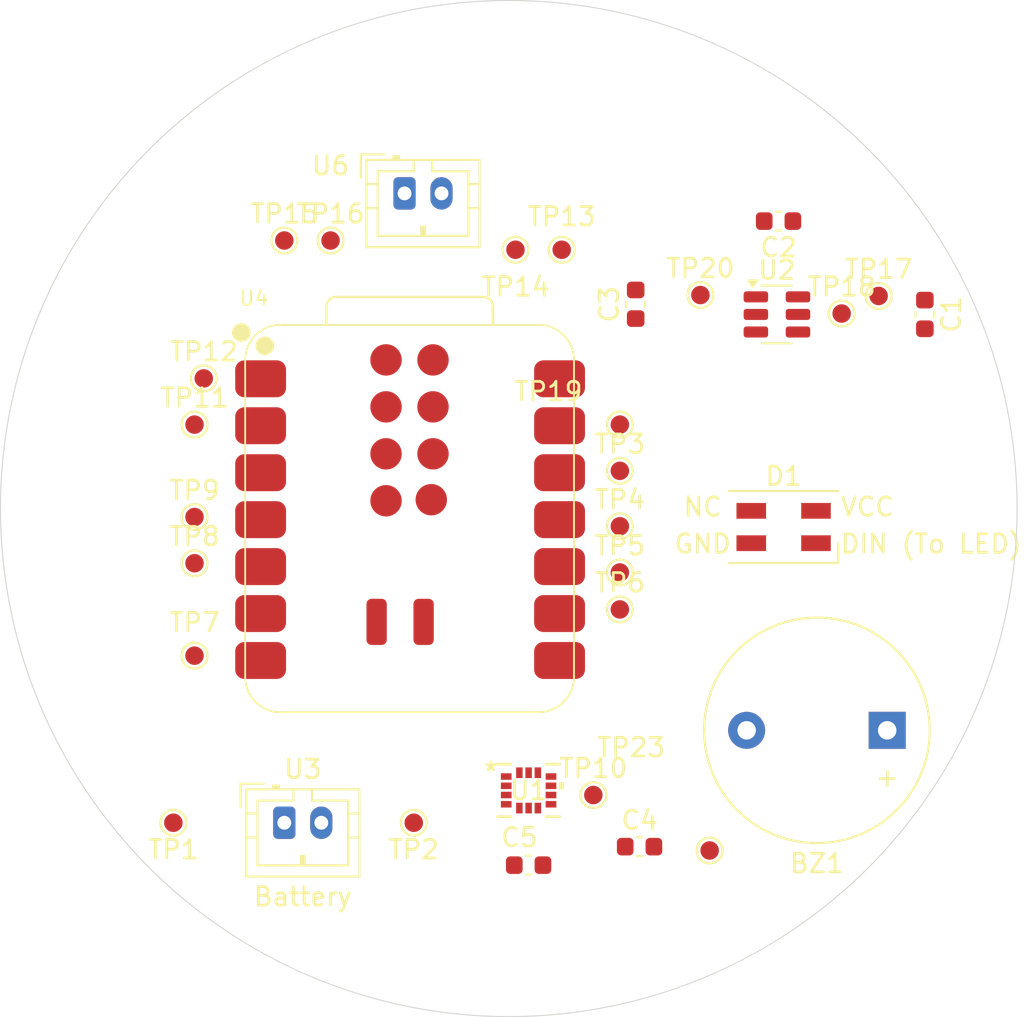
<source format=kicad_pcb>
(kicad_pcb (version 20240108) (generator "pcbnew") (generator_version "8.0")
  (title_block (title "LED20 Preliminary PCB Layout") (date "2024-11-06") (rev "1") (company "Team 01") (comment 1 "PCB Layout of LED20 prototype"))
  (layers (0 "F.Cu" signal) (31 "B.Cu" signal) (34 "B.Paste" user) (35 "F.Paste" user) (36 "B.SilkS" user "B.Silkscreen") (37 "F.SilkS" user "F.Silkscreen") (38 "B.Mask" user) (39 "F.Mask" user) (44 "Edge.Cuts" user))
  (net 0 "")
  (net 1 "Net-(U2-C+)")
  (net 2 "Net-(U2-C-)")
  (net 3 "GND")
  (net 4 "3.3V")
  (net 5 "+5V")
  (net 6 "3.3V Data (D4)")
  (net 7 "VBATT")
  (net 8 "Net-(U1-SDA)")
  (net 9 "Net-(U1-SDO{slash}SA0)")
  (net 10 "Net-(U1-SCL)")
  (net 11 "Net-(U1-CS)")
  (net 12 "Net-(U1-INT2)")
  (net 13 "Net-(U1-INT1)")
  (net 14 "Net-(BZ1-+)")
  (net 22 "+5V IN")
  (footprint "Connector_JST:JST_PH_B2B-PH-K_1x02_P2.00mm_Vertical" (layer "F.Cu") (at 97.5 43)
    (property "Reference" "U6" (at -4 -1.5 0) (layer "F.SilkS"))
    (property "Value" "JST")
    (fp_line (start -2.36 -2.11) (end -2.36 -0.86) (stroke (width 0.12)) (layer "F.SilkS"))
    (fp_line (start -2.06 -1.81) (end -2.06 2.91) (stroke (width 0.12)) (layer "F.SilkS"))
    (fp_line (start -2.06 -0.5) (end -1.45 -0.5) (stroke (width 0.12)) (layer "F.SilkS"))
    (fp_line (start -2.06 0.8) (end -1.45 0.8) (stroke (width 0.12)) (layer "F.SilkS"))
    (fp_line (start -2.06 2.91) (end 4.06 2.91) (stroke (width 0.12)) (layer "F.SilkS"))
    (fp_line (start -1.45 -1.2) (end -1.45 2.3) (stroke (width 0.12)) (layer "F.SilkS"))
    (fp_line (start -1.45 2.3) (end 3.45 2.3) (stroke (width 0.12)) (layer "F.SilkS"))
    (fp_line (start -1.11 -2.11) (end -2.36 -2.11) (stroke (width 0.12)) (layer "F.SilkS"))
    (fp_line (start -0.6 -2.01) (end -0.6 -1.81) (stroke (width 0.12)) (layer "F.SilkS"))
    (fp_line (start -0.3 -2.01) (end -0.6 -2.01) (stroke (width 0.12)) (layer "F.SilkS"))
    (fp_line (start -0.3 -1.91) (end -0.6 -1.91) (stroke (width 0.12)) (layer "F.SilkS"))
    (fp_line (start -0.3 -1.81) (end -0.3 -2.01) (stroke (width 0.12)) (layer "F.SilkS"))
    (fp_line (start 0.5 -1.81) (end 0.5 -1.2) (stroke (width 0.12)) (layer "F.SilkS"))
    (fp_line (start 0.5 -1.2) (end -1.45 -1.2) (stroke (width 0.12)) (layer "F.SilkS"))
    (fp_line (start 0.9 1.8) (end 1.1 1.8) (stroke (width 0.12)) (layer "F.SilkS"))
    (fp_line (start 0.9 2.3) (end 0.9 1.8) (stroke (width 0.12)) (layer "F.SilkS"))
    (fp_line (start 1 2.3) (end 1 1.8) (stroke (width 0.12)) (layer "F.SilkS"))
    (fp_line (start 1.1 1.8) (end 1.1 2.3) (stroke (width 0.12)) (layer "F.SilkS"))
    (fp_line (start 1.5 -1.2) (end 1.5 -1.81) (stroke (width 0.12)) (layer "F.SilkS"))
    (fp_line (start 3.45 -1.2) (end 1.5 -1.2) (stroke (width 0.12)) (layer "F.SilkS"))
    (fp_line (start 3.45 2.3) (end 3.45 -1.2) (stroke (width 0.12)) (layer "F.SilkS"))
    (fp_line (start 4.06 -1.81) (end -2.06 -1.81) (stroke (width 0.12)) (layer "F.SilkS"))
    (fp_line (start 4.06 -0.5) (end 3.45 -0.5) (stroke (width 0.12)) (layer "F.SilkS"))
    (fp_line (start 4.06 0.8) (end 3.45 0.8) (stroke (width 0.12)) (layer "F.SilkS"))
    (fp_line (start 4.06 2.91) (end 4.06 -1.81) (stroke (width 0.12)) (layer "F.SilkS"))
    (pad "1" thru_hole roundrect (at 0 0) (size 1.2 1.75) (drill 0.75) (layers "*.Cu" "*.Mask") (roundrect_rratio 0.208333) (net 22 "+5V IN"))
    (pad "2" thru_hole oval (at 2 0) (size 1.2 1.75) (drill 0.75) (layers "*.Cu" "*.Mask") (net 3 "GND"))
  )
  (footprint "TestPoint:TestPoint_Pad_D1.0mm" (layer "F.Cu") (at 98 77.05 180)
    (property "Reference" "TP2" (at 0 -1.448 0) (layer "F.SilkS"))
    (property "Value" "~")
    (fp_circle (center 0 0) (end 0 0.7) (stroke (width 0.12)) (fill none) (layer "F.SilkS"))
    (pad "1" smd circle (at 0 0 180) (size 1 1) (layers "F.Cu" "F.Mask") (net 3 "GND"))
  )
  (footprint "Led20:ChargePump" (layer "F.Cu") (at 117.6375 49.55)
    (property "Reference" "U2" (at 0 -2.4 0) (layer "F.SilkS"))
    (property "Value" "~")
    (fp_line (start 0 -1.56) (end -0.8 -1.56) (stroke (width 0.12)) (layer "F.SilkS"))
    (fp_line (start 0 -1.56) (end 0.8 -1.56) (stroke (width 0.12)) (layer "F.SilkS"))
    (fp_line (start 0 1.56) (end -0.8 1.56) (stroke (width 0.12)) (layer "F.SilkS"))
    (fp_line (start 0 1.56) (end 0.8 1.56) (stroke (width 0.12)) (layer "F.SilkS"))
    (fp_poly (pts (xy -1.3 -1.51) (xy -1.54 -1.84) (xy -1.06 -1.84) (xy -1.3 -1.51)) (stroke (width 0.12)) (fill solid) (layer "F.SilkS"))
    (pad "1" smd roundrect (at -1.1375 -0.95) (size 1.325 0.6) (layers "F.Cu" "F.Paste" "F.Mask") (net 5 "+5V"))
    (pad "2" smd roundrect (at -1.1375 0) (size 1.325 0.6) (layers "F.Cu" "F.Paste" "F.Mask") (net 3 "GND"))
    (pad "3" smd roundrect (at -1.1375 0.95) (size 1.325 0.6) (layers "F.Cu" "F.Paste" "F.Mask") (net 5 "+5V"))
    (pad "4" smd roundrect (at 1.1375 0.95) (size 1.325 0.6) (layers "F.Cu" "F.Paste" "F.Mask") (net 2 "Net-(U2-C-)"))
    (pad "5" smd roundrect (at 1.1375 0) (size 1.325 0.6) (layers "F.Cu" "F.Paste" "F.Mask") (net 4 "3.3V"))
    (pad "6" smd roundrect (at 1.1375 -0.95) (size 1.325 0.6) (layers "F.Cu" "F.Paste" "F.Mask") (net 1 "Net-(U2-C+)"))
  )
  (footprint "TestPoint:TestPoint_Pad_D1.0mm" (layer "F.Cu") (at 107.7103 75.549999)
    (property "Reference" "TP10" (at 0 -1.448 0) (layer "F.SilkS"))
    (property "Value" "~")
    (fp_circle (center 0 0) (end 0 0.7) (stroke (width 0.12)) (fill none) (layer "F.SilkS"))
    (pad "1" smd circle (at 0 0) (size 1 1) (layers "F.Cu" "F.Mask") (net 12 "Net-(U1-INT2)"))
  )
  (footprint "TestPoint:TestPoint_Pad_D1.0mm" (layer "F.Cu") (at 114 78.55)
    (property "Reference" "TP23" (at -4.25 -5.573 0) (layer "F.SilkS"))
    (property "Value" "~")
    (fp_circle (center 0 0) (end 0 0.7) (stroke (width 0.12)) (fill none) (layer "F.SilkS"))
    (pad "1" smd circle (at 0 0) (size 1 1) (layers "F.Cu" "F.Mask") (net 4 "3.3V"))
  )
  (footprint "LED_SMD:LED_SK6812MINI_PLCC4_3.5x3.5mm_P1.75mm" (layer "F.Cu") (at 118 61.05)
    (property "Reference" "D1" (at 0 -2.75 0) (layer "F.SilkS"))
    (property "Value" "SK6812MINI")
    (fp_line (start -2.95 -1.95) (end 2.95 -1.95) (stroke (width 0.12)) (layer "F.SilkS"))
    (fp_line (start -2.95 1.95) (end 2.95 1.95) (stroke (width 0.12)) (layer "F.SilkS"))
    (fp_line (start 2.95 1.95) (end 2.95 0.875) (stroke (width 0.12)) (layer "F.SilkS"))
    (pad "1" smd rect (at -1.75 -0.875) (size 1.6 0.85) (layers "F.Cu" "F.Paste" "F.Mask"))
    (pad "2" smd rect (at -1.75 0.875) (size 1.6 0.85) (layers "F.Cu" "F.Paste" "F.Mask") (net 3 "GND"))
    (pad "3" smd rect (at 1.75 0.875) (size 1.6 0.85) (layers "F.Cu" "F.Paste" "F.Mask") (net 6 "3.3V Data (D4)"))
    (pad "4" smd rect (at 1.75 -0.875) (size 1.6 0.85) (layers "F.Cu" "F.Paste" "F.Mask") (net 5 "+5V"))
  )
  (footprint "Capacitor_SMD:C_0603_1608Metric" (layer "F.Cu") (at 110 49 90)
    (property "Reference" "C3" (at 0 -1.43 90) (layer "F.SilkS"))
    (property "Value" "10u")
    (fp_line (start -0.14058 -0.51) (end 0.14058 -0.51) (stroke (width 0.12)) (layer "F.SilkS"))
    (fp_line (start -0.14058 0.51) (end 0.14058 0.51) (stroke (width 0.12)) (layer "F.SilkS"))
    (pad "1" smd roundrect (at -0.775 0 90) (size 0.9 0.95) (layers "F.Cu" "F.Paste" "F.Mask") (net 3 "GND"))
    (pad "2" smd roundrect (at 0.775 0 90) (size 0.9 0.95) (layers "F.Cu" "F.Paste" "F.Mask") (net 5 "+5V"))
  )
  (footprint "TestPoint:TestPoint_Pad_D1.0mm" (layer "F.Cu") (at 86.1444 63.01)
    (property "Reference" "TP8" (at 0 -1.448 0) (layer "F.SilkS"))
    (property "Value" "~")
    (fp_circle (center 0 0) (end 0 0.7) (stroke (width 0.12)) (fill none) (layer "F.SilkS"))
    (pad "1" smd circle (at 0 0) (size 1 1) (layers "F.Cu" "F.Mask") (net 6 "3.3V Data (D4)"))
  )
  (footprint "TestPoint:TestPoint_Pad_D1.0mm" (layer "F.Cu") (at 91 45.55)
    (property "Reference" "TP15" (at 0 -1.448 0) (layer "F.SilkS"))
    (property "Value" "~")
    (fp_circle (center 0 0) (end 0 0.7) (stroke (width 0.12)) (fill none) (layer "F.SilkS"))
    (pad "1" smd circle (at 0 0) (size 1 1) (layers "F.Cu" "F.Mask"))
  )
  (footprint "Connector_JST:JST_PH_B2B-PH-K_1x02_P2.00mm_Vertical" (layer "F.Cu") (at 91 77.05)
    (property "Reference" "U3" (at 1 -2.9 0) (layer "F.SilkS"))
    (property "Value" "Battery" (at 1 4 0) (layer "F.SilkS"))
    (fp_line (start -2.36 -2.11) (end -2.36 -0.86) (stroke (width 0.12)) (layer "F.SilkS"))
    (fp_line (start -2.06 -1.81) (end -2.06 2.91) (stroke (width 0.12)) (layer "F.SilkS"))
    (fp_line (start -2.06 -0.5) (end -1.45 -0.5) (stroke (width 0.12)) (layer "F.SilkS"))
    (fp_line (start -2.06 0.8) (end -1.45 0.8) (stroke (width 0.12)) (layer "F.SilkS"))
    (fp_line (start -2.06 2.91) (end 4.06 2.91) (stroke (width 0.12)) (layer "F.SilkS"))
    (fp_line (start -1.45 -1.2) (end -1.45 2.3) (stroke (width 0.12)) (layer "F.SilkS"))
    (fp_line (start -1.45 2.3) (end 3.45 2.3) (stroke (width 0.12)) (layer "F.SilkS"))
    (fp_line (start -1.11 -2.11) (end -2.36 -2.11) (stroke (width 0.12)) (layer "F.SilkS"))
    (fp_line (start -0.6 -2.01) (end -0.6 -1.81) (stroke (width 0.12)) (layer "F.SilkS"))
    (fp_line (start -0.3 -2.01) (end -0.6 -2.01) (stroke (width 0.12)) (layer "F.SilkS"))
    (fp_line (start -0.3 -1.91) (end -0.6 -1.91) (stroke (width 0.12)) (layer "F.SilkS"))
    (fp_line (start -0.3 -1.81) (end -0.3 -2.01) (stroke (width 0.12)) (layer "F.SilkS"))
    (fp_line (start 0.5 -1.81) (end 0.5 -1.2) (stroke (width 0.12)) (layer "F.SilkS"))
    (fp_line (start 0.5 -1.2) (end -1.45 -1.2) (stroke (width 0.12)) (layer "F.SilkS"))
    (fp_line (start 0.9 1.8) (end 1.1 1.8) (stroke (width 0.12)) (layer "F.SilkS"))
    (fp_line (start 0.9 2.3) (end 0.9 1.8) (stroke (width 0.12)) (layer "F.SilkS"))
    (fp_line (start 1 2.3) (end 1 1.8) (stroke (width 0.12)) (layer "F.SilkS"))
    (fp_line (start 1.1 1.8) (end 1.1 2.3) (stroke (width 0.12)) (layer "F.SilkS"))
    (fp_line (start 1.5 -1.2) (end 1.5 -1.81) (stroke (width 0.12)) (layer "F.SilkS"))
    (fp_line (start 3.45 -1.2) (end 1.5 -1.2) (stroke (width 0.12)) (layer "F.SilkS"))
    (fp_line (start 3.45 2.3) (end 3.45 -1.2) (stroke (width 0.12)) (layer "F.SilkS"))
    (fp_line (start 4.06 -1.81) (end -2.06 -1.81) (stroke (width 0.12)) (layer "F.SilkS"))
    (fp_line (start 4.06 -0.5) (end 3.45 -0.5) (stroke (width 0.12)) (layer "F.SilkS"))
    (fp_line (start 4.06 0.8) (end 3.45 0.8) (stroke (width 0.12)) (layer "F.SilkS"))
    (fp_line (start 4.06 2.91) (end 4.06 -1.81) (stroke (width 0.12)) (layer "F.SilkS"))
    (pad "1" thru_hole roundrect (at 0 0) (size 1.2 1.75) (drill 0.75) (layers "*.Cu" "*.Mask") (roundrect_rratio 0.208333) (net 7 "VBATT"))
    (pad "2" thru_hole oval (at 2 0) (size 1.2 1.75) (drill 0.75) (layers "*.Cu" "*.Mask") (net 3 "GND"))
  )
  (footprint "TestPoint:TestPoint_Pad_D1.0mm" (layer "F.Cu") (at 93.5 45.55)
    (property "Reference" "TP16" (at 0 -1.448 0) (layer "F.SilkS"))
    (property "Value" "~")
    (fp_circle (center 0 0) (end 0 0.7) (stroke (width 0.12)) (fill none) (layer "F.SilkS"))
    (pad "1" smd circle (at 0 0) (size 1 1) (layers "F.Cu" "F.Mask"))
  )
  (footprint "Capacitor_SMD:C_0603_1608Metric" (layer "F.Cu") (at 104.2103 79.343699)
    (property "Reference" "C5" (at -0.5 -1.5 0) (layer "F.SilkS"))
    (property "Value" "100n")
    (fp_line (start -0.14058 -0.51) (end 0.14058 -0.51) (stroke (width 0.12)) (layer "F.SilkS"))
    (fp_line (start -0.14058 0.51) (end 0.14058 0.51) (stroke (width 0.12)) (layer "F.SilkS"))
    (pad "1" smd roundrect (at -0.775 0) (size 0.9 0.95) (layers "F.Cu" "F.Paste" "F.Mask") (net 3 "GND"))
    (pad "2" smd roundrect (at 0.775 0) (size 0.9 0.95) (layers "F.Cu" "F.Paste" "F.Mask") (net 4 "3.3V"))
  )
  (footprint "Led20:LGA-14L_2P5X3X0P83_STM-L" (layer "F.Cu") (at 104.2103 75.299999)
    (property "Reference" "U1" (at 0 0 0) (layer "F.SilkS"))
    (property "Value" "~")
    (fp_line (start -1.6764 1.4224) (end -0.957013 1.4224) (stroke (width 0.1524)) (layer "F.SilkS"))
    (fp_line (start -0.957013 -1.4224) (end -1.6764 -1.4224) (stroke (width 0.1524)) (layer "F.SilkS"))
    (fp_line (start 0.957013 1.4224) (end 1.6764 1.4224) (stroke (width 0.1524)) (layer "F.SilkS"))
    (fp_line (start 1.6764 -1.4224) (end 0.957013 -1.4224) (stroke (width 0.1524)) (layer "F.SilkS"))
    (fp_poly (pts (xy 1.905 -0.4405) (xy 1.905 -0.059499) (xy 1.651 -0.059499) (xy 1.651 -0.4405)) (fill solid) (layer "F.SilkS"))
    (fp_text user "*" (at -2.032 -1 0) (layer "F.SilkS"))
    (fp_text user "*" (at -2.032 -1 0) (layer "F.SilkS"))
    (pad "1" smd rect (at -1.2103 -0.750001 90) (size 0.351536 0.57658) (layers "F.Cu" "F.Paste" "F.Mask") (net 9 "Net-(U1-SDO{slash}SA0)"))
    (pad "2" smd rect (at -1.2103 -0.25 90) (size 0.351536 0.57658) (layers "F.Cu" "F.Paste" "F.Mask") (net 4 "3.3V"))
    (pad "3" smd rect (at -1.2103 0.25 90) (size 0.351536 0.57658) (layers "F.Cu" "F.Paste" "F.Mask") (net 4 "3.3V"))
    (pad "4" smd rect (at -1.2103 0.750001 90) (size 0.351536 0.57658) (layers "F.Cu" "F.Paste" "F.Mask") (net 13 "Net-(U1-INT1)"))
    (pad "5" smd rect (at -0.499999 0.9563) (size 0.351536 0.57658) (layers "F.Cu" "F.Paste" "F.Mask") (net 4 "3.3V"))
    (pad "6" smd rect (at 0 0.9563) (size 0.351536 0.57658) (layers "F.Cu" "F.Paste" "F.Mask") (net 3 "GND"))
    (pad "7" smd rect (at 0.499999 0.9563) (size 0.351536 0.57658) (layers "F.Cu" "F.Paste" "F.Mask") (net 3 "GND"))
    (pad "8" smd rect (at 1.2103 0.750001 90) (size 0.351536 0.57658) (layers "F.Cu" "F.Paste" "F.Mask") (net 4 "3.3V"))
    (pad "9" smd rect (at 1.2103 0.25 90) (size 0.351536 0.57658) (layers "F.Cu" "F.Paste" "F.Mask") (net 12 "Net-(U1-INT2)"))
    (pad "10" smd rect (at 1.2103 -0.25 90) (size 0.351536 0.57658) (layers "F.Cu" "F.Paste" "F.Mask"))
    (pad "11" smd rect (at 1.2103 -0.750001 90) (size 0.351536 0.57658) (layers "F.Cu" "F.Paste" "F.Mask"))
    (pad "12" smd rect (at 0.499999 -0.9563) (size 0.351536 0.57658) (layers "F.Cu" "F.Paste" "F.Mask") (net 11 "Net-(U1-CS)"))
    (pad "13" smd rect (at 0 -0.9563) (size 0.351536 0.57658) (layers "F.Cu" "F.Paste" "F.Mask") (net 10 "Net-(U1-SCL)"))
    (pad "14" smd rect (at -0.499999 -0.9563) (size 0.351536 0.57658) (layers "F.Cu" "F.Paste" "F.Mask") (net 8 "Net-(U1-SDA)"))
  )
  (footprint "TestPoint:TestPoint_Pad_D1.0mm" (layer "F.Cu") (at 86.1444 68.01)
    (property "Reference" "TP7" (at 0 -1.7945 0) (layer "F.SilkS"))
    (property "Value" "~")
    (fp_circle (center 0 0) (end 0 0.7) (stroke (width 0.12)) (fill none) (layer "F.SilkS"))
    (pad "1" smd circle (at 0 0) (size 1 1) (layers "F.Cu" "F.Mask") (net 11 "Net-(U1-CS)"))
  )
  (footprint "Led20:XIAO-ESP32-C6-SMD" (layer "F.Cu") (at 98 60.63)
    (property "Reference" "U4" (at -9.5 -11.5 0) (layer "F.SilkS") (effects (font (size 0.78232 0.78232) (thickness 0.10668)) (justify left bottom)))
    (property "Value" "~")
    (fp_line (start -9.1166 8.5345) (end -9.1166 -8.6105) (stroke (width 0.1)) (layer "F.SilkS"))
    (fp_line (start -7.2116 10.4395) (end 6.7584 10.4395) (stroke (width 0.1)) (layer "F.SilkS"))
    (fp_line (start -4.7216 -10.5155) (end -4.717872 -11.525772) (stroke (width 0.127)) (layer "F.SilkS"))
    (fp_line (start -4.217872 -12.0255) (end 3.7774 -12.0255) (stroke (width 0.127)) (layer "F.SilkS"))
    (fp_line (start 4.2774 -11.5255) (end 4.2774 -10.5155) (stroke (width 0.127)) (layer "F.SilkS"))
    (fp_line (start 6.7584 -10.5155) (end -7.2116 -10.5155) (stroke (width 0.1)) (layer "F.SilkS"))
    (fp_line (start 8.6634 8.5345) (end 8.6634 -8.6105) (stroke (width 0.1)) (layer "F.SilkS"))
    (fp_arc (start -9.1166 -8.6145) (mid -8.558638 -9.961538) (end -7.2116 -10.5195) (stroke (width 0.1)) (layer "F.SilkS"))
    (fp_arc (start -7.2116 10.4395) (mid -8.558638 9.881538) (end -9.1166 8.5345) (stroke (width 0.1)) (layer "F.SilkS"))
    (fp_arc (start -4.717872 -11.525772) (mid -4.571324 -11.879144) (end -4.217872 -12.0255) (stroke (width 0.127)) (layer "F.SilkS"))
    (fp_arc (start 3.7774 -12.0255) (mid 4.130953 -11.879053) (end 4.2774 -11.5255) (stroke (width 0.127)) (layer "F.SilkS"))
    (fp_arc (start 6.7584 -10.5155) (mid 8.105438 -9.957538) (end 8.6634 -8.6105) (stroke (width 0.1)) (layer "F.SilkS"))
    (fp_arc (start 8.6634 8.5345) (mid 8.105438 9.881538) (end 6.7584 10.4395) (stroke (width 0.1)) (layer "F.SilkS"))
    (fp_circle (center -9.3266 -10.0995) (end -9.3266 -10.3535) (stroke (width 0.5)) (fill solid) (layer "F.SilkS"))
    (fp_circle (center -8.0526 -9.3825) (end -8.0526 -9.6365) (stroke (width 0.5)) (fill solid) (layer "F.SilkS"))
    (pad "1" smd roundrect (at -8.2816 -7.5985) (size 2.75 2) (layers "F.Cu" "F.Paste" "F.Mask") (net 14 "Net-(BZ1-+)"))
    (pad "2" smd roundrect (at -8.2816 -5.0585) (size 2.75 2) (layers "F.Cu" "F.Paste" "F.Mask") (net 13 "Net-(U1-INT1)"))
    (pad "3" smd roundrect (at -8.2816 -2.5185) (size 2.75 2) (layers "F.Cu" "F.Paste" "F.Mask") (net 12 "Net-(U1-INT2)"))
    (pad "4" smd roundrect (at -8.2816 0.0215) (size 2.75 2) (layers "F.Cu" "F.Paste" "F.Mask"))
    (pad "5" smd roundrect (at -8.2816 2.5615) (size 2.75 2) (layers "F.Cu" "F.Paste" "F.Mask") (net 6 "3.3V Data (D4)"))
    (pad "6" smd roundrect (at -8.2816 5.1015) (size 2.75 2) (layers "F.Cu" "F.Paste" "F.Mask"))
    (pad "7" smd roundrect (at -8.2816 7.6415) (size 2.75 2) (layers "F.Cu" "F.Paste" "F.Mask"))
    (pad "8" smd roundrect (at 7.8834 7.6415) (size 2.75 2) (layers "F.Cu" "F.Paste" "F.Mask") (net 11 "Net-(U1-CS)"))
    (pad "9" smd roundrect (at 7.8834 5.1015) (size 2.75 2) (layers "F.Cu" "F.Paste" "F.Mask") (net 10 "Net-(U1-SCL)"))
    (pad "10" smd roundrect (at 7.8834 2.5615) (size 2.75 2) (layers "F.Cu" "F.Paste" "F.Mask") (net 9 "Net-(U1-SDO{slash}SA0)"))
    (pad "11" smd roundrect (at 7.8834 0.0215) (size 2.75 2) (layers "F.Cu" "F.Paste" "F.Mask") (net 8 "Net-(U1-SDA)"))
    (pad "12" smd roundrect (at 7.8834 -2.5185) (size 2.75 2) (layers "F.Cu" "F.Paste" "F.Mask") (net 4 "3.3V"))
    (pad "13" smd roundrect (at 7.8834 -5.0585) (size 2.75 2) (layers "F.Cu" "F.Paste" "F.Mask") (net 3 "GND"))
    (pad "14" smd roundrect (at 7.8834 -7.5985) (size 2.75 2) (layers "F.Cu" "F.Paste" "F.Mask") (net 22 "+5V IN"))
    (pad "15" smd roundrect (at -2.008 5.5532 270) (size 2.5 1.1) (layers "F.Cu" "F.Paste" "F.Mask") (net 7 "VBATT"))
    (pad "16" smd roundrect (at 0.532 5.5532 270) (size 2.5 1.1) (layers "F.Cu" "F.Paste" "F.Mask") (net 3 "GND"))
    (pad "17" smd circle (at -1.5 -8.62) (size 1.7 1.7) (layers "F.Cu" "F.Paste" "F.Mask"))
    (pad "18" smd circle (at 1.04 -8.62) (size 1.7 1.7) (layers "F.Cu" "F.Paste" "F.Mask"))
    (pad "19" smd circle (at -1.5 -6.08) (size 1.7 1.7) (layers "F.Cu" "F.Paste" "F.Mask") (net 3 "GND"))
    (pad "20" smd circle (at 1.04 -6.08) (size 1.7 1.7) (layers "F.Cu" "F.Paste" "F.Mask"))
    (pad "21" smd circle (at -1.5 -3.54) (size 1.7 1.7) (layers "F.Cu" "F.Paste" "F.Mask"))
    (pad "22" smd circle (at 1.04 -3.54) (size 1.7 1.7) (layers "F.Cu" "F.Paste" "F.Mask"))
    (pad "23" smd circle (at -1.5 -1) (size 1.7 1.7) (layers "F.Cu" "F.Paste" "F.Mask"))
    (pad "24" smd circle (at 0.9474 -1.0568) (size 1.7 1.7) (layers "F.Cu" "F.Paste" "F.Mask"))
  )
  (footprint "TestPoint:TestPoint_Pad_D1.0mm" (layer "F.Cu") (at 106 46.05)
    (property "Reference" "TP13" (at 0 -1.7945 0) (layer "F.SilkS"))
    (property "Value" "~")
    (fp_circle (center 0 0) (end 0 0.7) (stroke (width 0.12)) (fill none) (layer "F.SilkS"))
    (pad "1" smd circle (at 0 0) (size 1 1) (layers "F.Cu" "F.Mask"))
  )
  (footprint "TestPoint:TestPoint_Pad_D1.0mm" (layer "F.Cu") (at 121.1375 49.5)
    (property "Reference" "TP18" (at 0 -1.448 0) (layer "F.SilkS"))
    (property "Value" "~")
    (fp_circle (center 0 0) (end 0 0.7) (stroke (width 0.12)) (fill none) (layer "F.SilkS"))
    (pad "1" smd circle (at 0 0) (size 1 1) (layers "F.Cu" "F.Mask") (net 4 "3.3V"))
  )
  (footprint "Capacitor_SMD:C_0603_1608Metric" (layer "F.Cu") (at 125.6375 49.55 -90)
    (property "Reference" "C1" (at 0 -1.43 90) (layer "F.SilkS"))
    (property "Value" "1u")
    (fp_line (start -0.14058 0.51) (end 0.14058 0.51) (stroke (width 0.12)) (layer "F.SilkS"))
    (fp_line (start -0.14058 -0.51) (end 0.14058 -0.51) (stroke (width 0.12)) (layer "F.SilkS"))
    (pad "1" smd roundrect (at -0.775 0 270) (size 0.9 0.95) (layers "F.Cu" "F.Paste" "F.Mask") (net 1 "Net-(U2-C+)"))
    (pad "2" smd roundrect (at 0.775 0 270) (size 0.9 0.95) (layers "F.Cu" "F.Paste" "F.Mask") (net 2 "Net-(U2-C-)"))
  )
  (footprint "Buzzer_Beeper:Buzzer_12x9.5RM7.6" (layer "F.Cu") (at 123.6 72.05 180)
    (property "Reference" "BZ1" (at 3.8 -7.2 0) (layer "F.SilkS"))
    (property "Value" "Piezo Buzzer")
    (fp_circle (center 3.8 0) (end 9.9 0) (stroke (width 0.12)) (fill none) (layer "F.SilkS"))
    (fp_text user "+" (at -0.01 -2.54 0) (layer "F.SilkS"))
    (pad "1" thru_hole rect (at 0 0 180) (size 2 2) (drill 1) (layers "*.Cu" "*.Mask") (net 14 "Net-(BZ1-+)"))
    (pad "2" thru_hole circle (at 7.6 0 180) (size 2 2) (drill 1) (layers "*.Cu" "*.Mask") (net 3 "GND"))
  )
  (footprint "TestPoint:TestPoint_Pad_D1.0mm" (layer "F.Cu") (at 103.5 46.05)
    (property "Reference" "TP14" (at 0 2.002 0) (layer "F.SilkS"))
    (property "Value" "~")
    (fp_circle (center 0 0) (end 0 0.7) (stroke (width 0.12)) (fill none) (layer "F.SilkS"))
    (pad "1" smd circle (at 0 0) (size 1 1) (layers "F.Cu" "F.Mask"))
  )
  (footprint "TestPoint:TestPoint_Pad_D1.0mm" (layer "F.Cu") (at 85 77.05 180)
    (property "Reference" "TP1" (at 0 -1.448 0) (layer "F.SilkS"))
    (property "Value" "~")
    (fp_circle (center 0 0) (end 0 0.7) (stroke (width 0.12)) (fill none) (layer "F.SilkS"))
    (pad "1" smd circle (at 0 0 180) (size 1 1) (layers "F.Cu" "F.Mask") (net 7 "VBATT"))
  )
  (footprint "Capacitor_SMD:C_0603_1608Metric" (layer "F.Cu") (at 117.725 44.5 180)
    (property "Reference" "C2" (at 0 -1.43 0) (layer "F.SilkS"))
    (property "Value" "10u")
    (fp_line (start -0.14058 0.51) (end 0.14058 0.51) (stroke (width 0.12)) (layer "F.SilkS"))
    (fp_line (start -0.14058 -0.51) (end 0.14058 -0.51) (stroke (width 0.12)) (layer "F.SilkS"))
    (pad "1" smd roundrect (at -0.775 0 180) (size 0.9 0.95) (layers "F.Cu" "F.Paste" "F.Mask") (net 4 "3.3V"))
    (pad "2" smd roundrect (at 0.775 0 180) (size 0.9 0.95) (layers "F.Cu" "F.Paste" "F.Mask") (net 3 "GND"))
  )
  (footprint "TestPoint:TestPoint_Pad_D1.0mm" (layer "F.Cu") (at 123.1375 48.55)
    (property "Reference" "TP17" (at 0 -1.448 0) (layer "F.SilkS"))
    (property "Value" "~")
    (fp_circle (center 0 0) (end 0 0.7) (stroke (width 0.12)) (fill none) (layer "F.SilkS"))
    (pad "1" smd circle (at 0 0) (size 1 1) (layers "F.Cu" "F.Mask") (net 1 "Net-(U2-C+)"))
  )
  (footprint "TestPoint:TestPoint_Pad_D1.0mm" (layer "F.Cu") (at 109.1444 61.01)
    (property "Reference" "TP4" (at 0 -1.448 0) (layer "F.SilkS"))
    (property "Value" "~")
    (fp_circle (center 0 0) (end 0 0.7) (stroke (width 0.12)) (fill none) (layer "F.SilkS"))
    (pad "1" smd circle (at 0 0) (size 1 1) (layers "F.Cu" "F.Mask") (net 8 "Net-(U1-SDA)"))
  )
  (footprint "TestPoint:TestPoint_Pad_D1.0mm" (layer "F.Cu") (at 113.5 48.5)
    (property "Reference" "TP20" (at 0 -1.448 0) (layer "F.SilkS"))
    (property "Value" "~")
    (fp_circle (center 0 0) (end 0 0.7) (stroke (width 0.12)) (fill none) (layer "F.SilkS"))
    (pad "1" smd circle (at 0 0) (size 1 1) (layers "F.Cu" "F.Mask") (net 5 "+5V"))
  )
  (footprint "TestPoint:TestPoint_Pad_D1.0mm" (layer "F.Cu") (at 109.1444 58.01)
    (property "Reference" "TP3" (at 0 -1.448 0) (layer "F.SilkS"))
    (property "Value" "~")
    (fp_circle (center 0 0) (end 0 0.7) (stroke (width 0.12)) (fill none) (layer "F.SilkS"))
    (pad "1" smd circle (at 0 0) (size 1 1) (layers "F.Cu" "F.Mask") (net 4 "3.3V"))
  )
  (footprint "TestPoint:TestPoint_Pad_D1.0mm" (layer "F.Cu") (at 109.1444 55.51)
    (property "Reference" "TP19" (at -3.8625 -1.7945 0) (layer "F.SilkS"))
    (property "Value" "~")
    (fp_circle (center 0 0) (end 0 0.7) (stroke (width 0.12)) (fill none) (layer "F.SilkS"))
    (pad "1" smd circle (at 0 0) (size 1 1) (layers "F.Cu" "F.Mask") (net 3 "GND"))
  )
  (footprint "TestPoint:TestPoint_Pad_D1.0mm" (layer "F.Cu") (at 109.1444 65.51)
    (property "Reference" "TP6" (at 0 -1.448 0) (layer "F.SilkS"))
    (property "Value" "~")
    (fp_circle (center 0 0) (end 0 0.7) (stroke (width 0.12)) (fill none) (layer "F.SilkS"))
    (pad "1" smd circle (at 0 0) (size 1 1) (layers "F.Cu" "F.Mask") (net 10 "Net-(U1-SCL)"))
  )
  (footprint "TestPoint:TestPoint_Pad_D1.0mm" (layer "F.Cu") (at 86.6444 53.01)
    (property "Reference" "TP12" (at 0 -1.448 0) (layer "F.SilkS"))
    (property "Value" "~")
    (fp_circle (center 0 0) (end 0 0.7) (stroke (width 0.12)) (fill none) (layer "F.SilkS"))
    (pad "1" smd circle (at 0 0) (size 1 1) (layers "F.Cu" "F.Mask") (net 14 "Net-(BZ1-+)"))
  )
  (footprint "TestPoint:TestPoint_Pad_D1.0mm" (layer "F.Cu") (at 86.1444 55.51)
    (property "Reference" "TP11" (at 0 -1.448 0) (layer "F.SilkS"))
    (property "Value" "~")
    (fp_circle (center 0 0) (end 0 0.7) (stroke (width 0.12)) (fill none) (layer "F.SilkS"))
    (pad "1" smd circle (at 0 0) (size 1 1) (layers "F.Cu" "F.Mask") (net 13 "Net-(U1-INT1)"))
  )
  (footprint "TestPoint:TestPoint_Pad_D1.0mm" (layer "F.Cu") (at 109.1444 63.51)
    (property "Reference" "TP5" (at 0 -1.448 0) (layer "F.SilkS"))
    (property "Value" "~")
    (fp_circle (center 0 0) (end 0 0.7) (stroke (width 0.12)) (fill none) (layer "F.SilkS"))
    (pad "1" smd circle (at 0 0) (size 1 1) (layers "F.Cu" "F.Mask") (net 9 "Net-(U1-SDO{slash}SA0)"))
  )
  (footprint "TestPoint:TestPoint_Pad_D1.0mm" (layer "F.Cu") (at 86.1444 60.51)
    (property "Reference" "TP9" (at 0 -1.448 0) (layer "F.SilkS"))
    (property "Value" "~")
    (fp_circle (center 0 0) (end 0 0.7) (stroke (width 0.12)) (fill none) (layer "F.SilkS"))
    (pad "1" smd circle (at 0 0) (size 1 1) (layers "F.Cu" "F.Mask"))
  )
  (footprint "Capacitor_SMD:C_0603_1608Metric" (layer "F.Cu") (at 110.2103 78.343699)
    (property "Reference" "C4" (at 0 -1.43 0) (layer "F.SilkS"))
    (property "Value" "100n")
    (fp_line (start -0.14058 -0.51) (end 0.14058 -0.51) (stroke (width 0.12)) (layer "F.SilkS"))
    (fp_line (start -0.14058 0.51) (end 0.14058 0.51) (stroke (width 0.12)) (layer "F.SilkS"))
    (pad "1" smd roundrect (at -0.775 0) (size 0.9 0.95) (layers "F.Cu" "F.Paste" "F.Mask") (net 3 "GND"))
    (pad "2" smd roundrect (at 0.775 0) (size 0.9 0.95) (layers "F.Cu" "F.Paste" "F.Mask") (net 4 "3.3V"))
  )
  (gr_circle (center 103.1375 60.05) (end 123 41.05) (stroke (width 0.05)) (fill none) (layer "Edge.Cuts"))
  (gr_text "NC" (at 112.5 60.55 0) (layer "F.SilkS") (effects (font (size 1 1)) (justify left bottom)))
  (gr_text "DIN (To LED)\n" (at 121 62.55 0) (layer "F.SilkS") (effects (font (size 1 1)) (justify left bottom)))
  (gr_text "GND\n" (at 112 62.55 0) (layer "F.SilkS") (effects (font (size 1 1)) (justify left bottom)))
  (gr_text "VCC" (at 121 60.55 0) (layer "F.SilkS") (effects (font (size 1 1)) (justify left bottom)))
)
</source>
